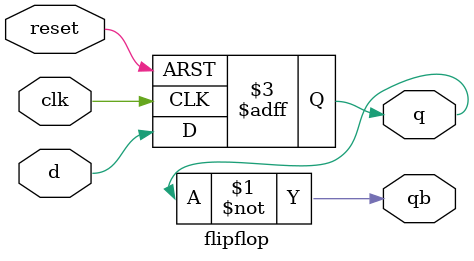
<source format=v>
`timescale 1ns / 1ps


module flipflop (clk, reset,
  d, q, qb);
  input      clk;
  input      reset;
  input      d;
  output     q;
  output     qb;

  reg        q;

  assign qb = ~q;

  always @(posedge clk or posedge reset)
  begin
    if (reset) begin
      // Asynchronous reset when reset goes high
      q <= 1'b0;
    end else begin
      // Assign D to Q on positive clock edge
      q <= d;
    end
  end
endmodule
</source>
